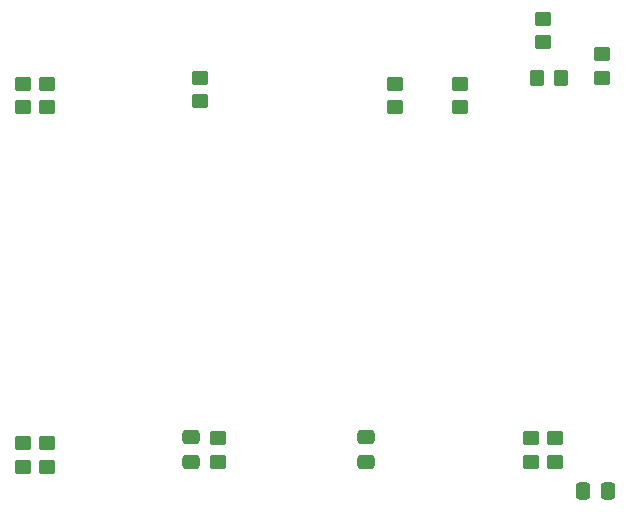
<source format=gbr>
%TF.GenerationSoftware,KiCad,Pcbnew,9.0.0*%
%TF.CreationDate,2025-05-15T12:38:11-07:00*%
%TF.ProjectId,ece223_project,65636532-3233-45f7-9072-6f6a6563742e,rev?*%
%TF.SameCoordinates,Original*%
%TF.FileFunction,Paste,Bot*%
%TF.FilePolarity,Positive*%
%FSLAX46Y46*%
G04 Gerber Fmt 4.6, Leading zero omitted, Abs format (unit mm)*
G04 Created by KiCad (PCBNEW 9.0.0) date 2025-05-15 12:38:11*
%MOMM*%
%LPD*%
G01*
G04 APERTURE LIST*
G04 Aperture macros list*
%AMRoundRect*
0 Rectangle with rounded corners*
0 $1 Rounding radius*
0 $2 $3 $4 $5 $6 $7 $8 $9 X,Y pos of 4 corners*
0 Add a 4 corners polygon primitive as box body*
4,1,4,$2,$3,$4,$5,$6,$7,$8,$9,$2,$3,0*
0 Add four circle primitives for the rounded corners*
1,1,$1+$1,$2,$3*
1,1,$1+$1,$4,$5*
1,1,$1+$1,$6,$7*
1,1,$1+$1,$8,$9*
0 Add four rect primitives between the rounded corners*
20,1,$1+$1,$2,$3,$4,$5,0*
20,1,$1+$1,$4,$5,$6,$7,0*
20,1,$1+$1,$6,$7,$8,$9,0*
20,1,$1+$1,$8,$9,$2,$3,0*%
G04 Aperture macros list end*
%ADD10RoundRect,0.250000X-0.450000X0.350000X-0.450000X-0.350000X0.450000X-0.350000X0.450000X0.350000X0*%
%ADD11RoundRect,0.250000X-0.350000X-0.450000X0.350000X-0.450000X0.350000X0.450000X-0.350000X0.450000X0*%
%ADD12RoundRect,0.250000X0.450000X-0.350000X0.450000X0.350000X-0.450000X0.350000X-0.450000X-0.350000X0*%
%ADD13RoundRect,0.250000X0.475000X-0.337500X0.475000X0.337500X-0.475000X0.337500X-0.475000X-0.337500X0*%
%ADD14RoundRect,0.250000X0.337500X0.475000X-0.337500X0.475000X-0.337500X-0.475000X0.337500X-0.475000X0*%
%ADD15RoundRect,0.250000X-0.475000X0.337500X-0.475000X-0.337500X0.475000X-0.337500X0.475000X0.337500X0*%
G04 APERTURE END LIST*
D10*
%TO.C,R7*%
X33500000Y-61950000D03*
X33500000Y-63950000D03*
%TD*%
D11*
%TO.C,R2*%
X75000000Y-31000000D03*
X77000000Y-31000000D03*
%TD*%
D12*
%TO.C,R3*%
X68500000Y-33500000D03*
X68500000Y-31500000D03*
%TD*%
%TO.C,R1*%
X63000000Y-33500000D03*
X63000000Y-31500000D03*
%TD*%
D10*
%TO.C,R6*%
X31500000Y-61950000D03*
X31500000Y-63950000D03*
%TD*%
D13*
%TO.C,C7*%
X60500000Y-63500000D03*
X60500000Y-61425000D03*
%TD*%
D12*
%TO.C,R10*%
X48000000Y-63500000D03*
X48000000Y-61500000D03*
%TD*%
%TO.C,R17*%
X74500000Y-63500000D03*
X74500000Y-61500000D03*
%TD*%
%TO.C,R16*%
X76500000Y-63500000D03*
X76500000Y-61500000D03*
%TD*%
D10*
%TO.C,R24*%
X75500000Y-26000000D03*
X75500000Y-28000000D03*
%TD*%
D12*
%TO.C,R5*%
X31500000Y-33500000D03*
X31500000Y-31500000D03*
%TD*%
%TO.C,R25*%
X46500000Y-33000000D03*
X46500000Y-31000000D03*
%TD*%
D14*
%TO.C,C9*%
X81000000Y-66000000D03*
X78925000Y-66000000D03*
%TD*%
D12*
%TO.C,R4*%
X33500000Y-33500000D03*
X33500000Y-31500000D03*
%TD*%
%TO.C,R23*%
X80500000Y-31000000D03*
X80500000Y-29000000D03*
%TD*%
D15*
%TO.C,C6*%
X45715645Y-61434224D03*
X45715645Y-63509224D03*
%TD*%
M02*

</source>
